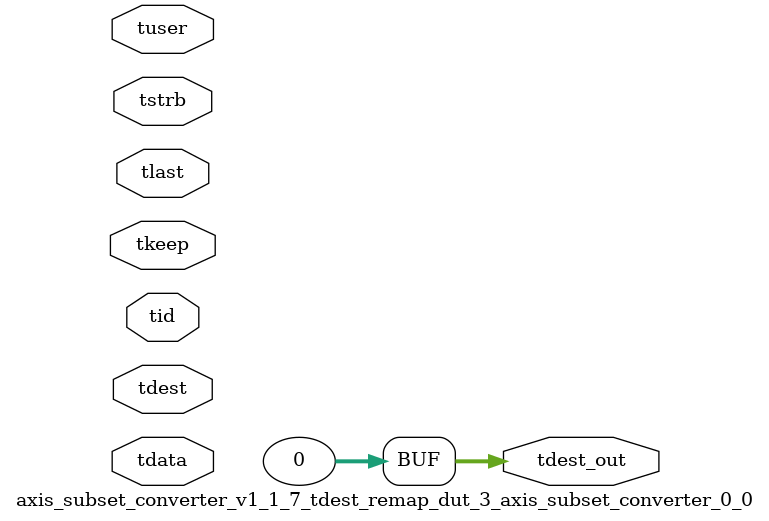
<source format=v>


`timescale 1ps/1ps

module axis_subset_converter_v1_1_7_tdest_remap_dut_3_axis_subset_converter_0_0 #
(
parameter C_S_AXIS_TDATA_WIDTH = 32,
parameter C_S_AXIS_TUSER_WIDTH = 0,
parameter C_S_AXIS_TID_WIDTH   = 0,
parameter C_S_AXIS_TDEST_WIDTH = 0,
parameter C_M_AXIS_TDEST_WIDTH = 32
)
(
input  [(C_S_AXIS_TDATA_WIDTH == 0 ? 1 : C_S_AXIS_TDATA_WIDTH)-1:0     ] tdata,
input  [(C_S_AXIS_TUSER_WIDTH == 0 ? 1 : C_S_AXIS_TUSER_WIDTH)-1:0     ] tuser,
input  [(C_S_AXIS_TID_WIDTH   == 0 ? 1 : C_S_AXIS_TID_WIDTH)-1:0       ] tid,
input  [(C_S_AXIS_TDEST_WIDTH == 0 ? 1 : C_S_AXIS_TDEST_WIDTH)-1:0     ] tdest,
input  [(C_S_AXIS_TDATA_WIDTH/8)-1:0 ] tkeep,
input  [(C_S_AXIS_TDATA_WIDTH/8)-1:0 ] tstrb,
input                                                                    tlast,
output [C_M_AXIS_TDEST_WIDTH-1:0] tdest_out
);

assign tdest_out = {1'b0};

endmodule


</source>
